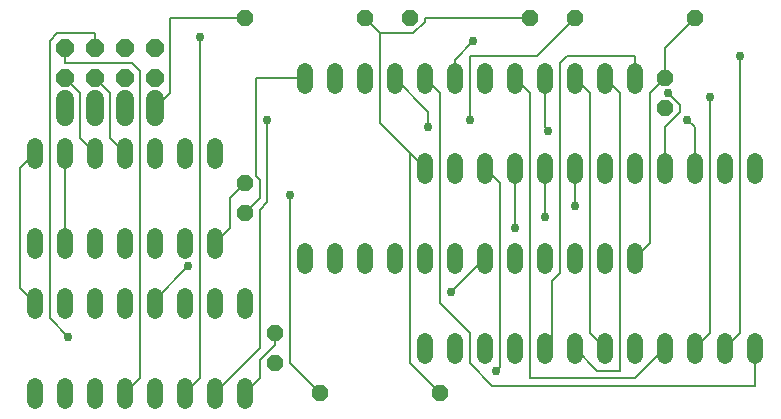
<source format=gbr>
G04 EAGLE Gerber RS-274X export*
G75*
%MOMM*%
%FSLAX34Y34*%
%LPD*%
%INBottom Copper*%
%IPPOS*%
%AMOC8*
5,1,8,0,0,1.08239X$1,22.5*%
G01*
%ADD10C,1.320800*%
%ADD11P,1.649562X8X202.500000*%
%ADD12C,1.524000*%
%ADD13P,1.429621X8X202.500000*%
%ADD14P,1.429621X8X292.500000*%
%ADD15C,0.152400*%
%ADD16C,0.756400*%


D10*
X533400Y298704D02*
X533400Y285496D01*
X508000Y285496D02*
X508000Y298704D01*
X381000Y298704D02*
X381000Y285496D01*
X355600Y285496D02*
X355600Y298704D01*
X482600Y298704D02*
X482600Y285496D01*
X457200Y285496D02*
X457200Y298704D01*
X406400Y298704D02*
X406400Y285496D01*
X431800Y285496D02*
X431800Y298704D01*
X330200Y298704D02*
X330200Y285496D01*
X304800Y285496D02*
X304800Y298704D01*
X279400Y298704D02*
X279400Y285496D01*
X254000Y285496D02*
X254000Y298704D01*
X254000Y146304D02*
X254000Y133096D01*
X279400Y133096D02*
X279400Y146304D01*
X304800Y146304D02*
X304800Y133096D01*
X330200Y133096D02*
X330200Y146304D01*
X355600Y146304D02*
X355600Y133096D01*
X381000Y133096D02*
X381000Y146304D01*
X406400Y146304D02*
X406400Y133096D01*
X431800Y133096D02*
X431800Y146304D01*
X457200Y146304D02*
X457200Y133096D01*
X482600Y133096D02*
X482600Y146304D01*
X508000Y146304D02*
X508000Y133096D01*
X533400Y133096D02*
X533400Y146304D01*
X635000Y209296D02*
X635000Y222504D01*
X609600Y222504D02*
X609600Y209296D01*
X584200Y209296D02*
X584200Y222504D01*
X558800Y222504D02*
X558800Y209296D01*
X533400Y209296D02*
X533400Y222504D01*
X508000Y222504D02*
X508000Y209296D01*
X482600Y209296D02*
X482600Y222504D01*
X457200Y222504D02*
X457200Y209296D01*
X431800Y209296D02*
X431800Y222504D01*
X406400Y222504D02*
X406400Y209296D01*
X381000Y209296D02*
X381000Y222504D01*
X355600Y222504D02*
X355600Y209296D01*
X355600Y70104D02*
X355600Y56896D01*
X381000Y56896D02*
X381000Y70104D01*
X406400Y70104D02*
X406400Y56896D01*
X431800Y56896D02*
X431800Y70104D01*
X457200Y70104D02*
X457200Y56896D01*
X482600Y56896D02*
X482600Y70104D01*
X508000Y70104D02*
X508000Y56896D01*
X533400Y56896D02*
X533400Y70104D01*
X558800Y70104D02*
X558800Y56896D01*
X584200Y56896D02*
X584200Y70104D01*
X609600Y70104D02*
X609600Y56896D01*
X635000Y56896D02*
X635000Y70104D01*
X203200Y94996D02*
X203200Y108204D01*
X177800Y108204D02*
X177800Y94996D01*
X50800Y94996D02*
X50800Y108204D01*
X25400Y108204D02*
X25400Y94996D01*
X152400Y94996D02*
X152400Y108204D01*
X127000Y108204D02*
X127000Y94996D01*
X76200Y94996D02*
X76200Y108204D01*
X101600Y108204D02*
X101600Y94996D01*
X25400Y32004D02*
X25400Y18796D01*
X50800Y18796D02*
X50800Y32004D01*
X76200Y32004D02*
X76200Y18796D01*
X101600Y18796D02*
X101600Y32004D01*
X127000Y32004D02*
X127000Y18796D01*
X152400Y18796D02*
X152400Y32004D01*
X177800Y32004D02*
X177800Y18796D01*
X203200Y18796D02*
X203200Y32004D01*
X177800Y221996D02*
X177800Y235204D01*
X152400Y235204D02*
X152400Y221996D01*
X25400Y221996D02*
X25400Y235204D01*
X25400Y159004D02*
X25400Y145796D01*
X127000Y221996D02*
X127000Y235204D01*
X101600Y235204D02*
X101600Y221996D01*
X50800Y221996D02*
X50800Y235204D01*
X76200Y235204D02*
X76200Y221996D01*
X50800Y159004D02*
X50800Y145796D01*
X76200Y145796D02*
X76200Y159004D01*
X101600Y159004D02*
X101600Y145796D01*
X127000Y145796D02*
X127000Y159004D01*
X152400Y159004D02*
X152400Y145796D01*
X177800Y145796D02*
X177800Y159004D01*
D11*
X127000Y317500D03*
X127000Y292100D03*
X101600Y317500D03*
X101600Y292100D03*
X76200Y317500D03*
X76200Y292100D03*
X50800Y317500D03*
X50800Y292100D03*
D12*
X127000Y274320D02*
X127000Y259080D01*
X101600Y259080D02*
X101600Y274320D01*
X76200Y274320D02*
X76200Y259080D01*
X50800Y259080D02*
X50800Y274320D01*
D13*
X304800Y342900D03*
X203200Y342900D03*
X444500Y342900D03*
X342900Y342900D03*
X584200Y342900D03*
X482600Y342900D03*
X368300Y25400D03*
X266700Y25400D03*
D14*
X228600Y76200D03*
X228600Y50800D03*
X203200Y203200D03*
X203200Y177800D03*
X558800Y292100D03*
X558800Y266700D03*
D15*
X25400Y101600D02*
X12700Y114300D01*
X12700Y215900D01*
X25400Y228600D01*
X212725Y292100D02*
X254000Y292100D01*
X212725Y292100D02*
X212725Y209550D01*
X215900Y206375D01*
X215900Y190500D01*
X203200Y177800D01*
X533400Y139700D02*
X546100Y152400D01*
X546100Y279400D01*
X558800Y292100D01*
X558800Y317500D02*
X584200Y342900D01*
X558800Y317500D02*
X558800Y292100D01*
X215900Y38100D02*
X203200Y25400D01*
X215900Y38100D02*
X215900Y53975D01*
X228600Y66675D01*
X228600Y76200D01*
X177800Y152400D02*
X190500Y165100D01*
X190500Y190500D01*
X203200Y203200D01*
X317500Y330200D02*
X304800Y342900D01*
X317500Y330200D02*
X317500Y254000D01*
X342900Y228600D02*
X355600Y215900D01*
X342900Y228600D02*
X317500Y254000D01*
X342900Y50800D02*
X368300Y25400D01*
X342900Y50800D02*
X342900Y228600D01*
X355600Y342900D02*
X444500Y342900D01*
X355600Y342900D02*
X355600Y339725D01*
X346075Y330200D01*
X317500Y330200D01*
X330200Y292100D02*
X358775Y263525D01*
X358775Y250825D01*
D16*
X358775Y250825D03*
D15*
X577850Y257175D02*
X584200Y250825D01*
X584200Y215900D01*
D16*
X577850Y257175D03*
D15*
X571500Y269875D02*
X561975Y279400D01*
X571500Y269875D02*
X571500Y263525D01*
X558800Y250825D01*
X558800Y215900D01*
D16*
X561975Y279400D03*
D15*
X482600Y215900D02*
X482600Y184150D01*
D16*
X482600Y184150D03*
D15*
X457200Y174625D02*
X457200Y215900D01*
D16*
X457200Y174625D03*
D15*
X431800Y165100D02*
X431800Y215900D01*
D16*
X431800Y165100D03*
D15*
X368300Y279400D02*
X355600Y292100D01*
X368300Y279400D02*
X368300Y101600D01*
X393700Y76200D01*
X393700Y50800D01*
X412750Y31750D01*
X635000Y31750D01*
X635000Y63500D01*
X622300Y76200D02*
X609600Y63500D01*
X622300Y76200D02*
X622300Y311150D01*
X396875Y323850D02*
X381000Y307975D01*
X381000Y292100D01*
D16*
X622300Y311150D03*
X396875Y323850D03*
D15*
X596900Y76200D02*
X584200Y63500D01*
X596900Y76200D02*
X596900Y276225D01*
D16*
X596900Y276225D03*
D15*
X558800Y63500D02*
X533400Y38100D01*
X444500Y38100D01*
X444500Y279400D01*
X431800Y292100D01*
X457200Y250825D02*
X460375Y247650D01*
X457200Y250825D02*
X457200Y292100D01*
D16*
X460375Y247650D03*
D15*
X495300Y76200D02*
X508000Y63500D01*
X495300Y76200D02*
X495300Y279400D01*
X482600Y292100D01*
X406400Y139700D02*
X377825Y111125D01*
D16*
X377825Y111125D03*
D15*
X482600Y63500D02*
X501650Y44450D01*
X520700Y44450D01*
X520700Y279400D01*
X508000Y292100D01*
X463550Y69850D02*
X457200Y63500D01*
X463550Y69850D02*
X463550Y120650D01*
X469900Y127000D01*
X469900Y304800D01*
X476250Y311150D01*
X533400Y311150D01*
X533400Y292100D01*
X419100Y47625D02*
X415925Y44450D01*
X419100Y47625D02*
X419100Y203200D01*
X406400Y215900D01*
D16*
X415925Y44450D03*
D15*
X155575Y133350D02*
X127000Y104775D01*
X127000Y101600D01*
D16*
X155575Y133350D03*
D15*
X50800Y152400D02*
X50800Y228600D01*
X215900Y63500D02*
X177800Y25400D01*
X215900Y63500D02*
X215900Y180975D01*
X222250Y187325D01*
X222250Y257175D01*
D16*
X222250Y257175D03*
D15*
X165100Y38100D02*
X152400Y25400D01*
X165100Y38100D02*
X165100Y327025D01*
D16*
X165100Y327025D03*
D15*
X38100Y88900D02*
X53975Y73025D01*
X38100Y88900D02*
X38100Y323850D01*
X44450Y330200D01*
X76200Y330200D01*
X76200Y317500D01*
D16*
X53975Y73025D03*
D15*
X101600Y25400D02*
X114300Y38100D01*
X114300Y298450D01*
X107950Y304800D01*
X50800Y304800D01*
X50800Y317500D01*
X88900Y241300D02*
X101600Y228600D01*
X88900Y241300D02*
X88900Y279400D01*
X76200Y292100D01*
X63500Y241300D02*
X76200Y228600D01*
X63500Y241300D02*
X63500Y279400D01*
X50800Y292100D01*
X139700Y342900D02*
X203200Y342900D01*
X139700Y342900D02*
X139700Y279400D01*
X127000Y266700D01*
X450850Y311150D02*
X482600Y342900D01*
X450850Y311150D02*
X393700Y311150D01*
X393700Y257175D01*
D16*
X393700Y257175D03*
D15*
X241300Y50800D02*
X266700Y25400D01*
X241300Y50800D02*
X241300Y193675D01*
D16*
X241300Y193675D03*
M02*

</source>
